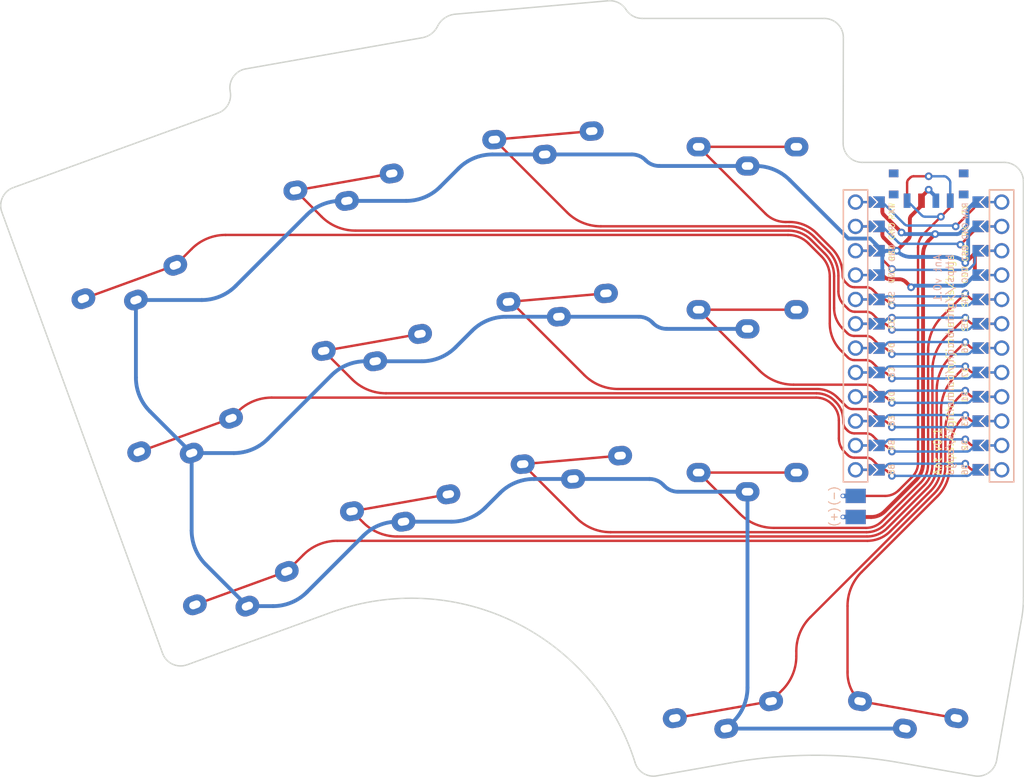
<source format=kicad_pcb>
(kicad_pcb (version 20211014) (generator pcbnew)
  (title_block (title "Ant") (date "2022-01-01") (rev "0.1") (company "jmnw"))
  (layers (0 "F.Cu" signal) (31 "B.Cu" signal) (34 "B.Paste" user) (35 "F.Paste" user) (36 "B.SilkS" user "B.Silkscreen") (37 "F.SilkS" user "F.Silkscreen") (38 "B.Mask" user) (39 "F.Mask" user) (44 "Edge.Cuts" user))
  (net 0 "")
  (net 1 "unconnected-(PSW1-Pad3)")
  (net 2 "switch1")
  (net 3 "switch2")
  (net 4 "switch3")
  (net 5 "switch4")
  (net 6 "switch5")
  (net 7 "switch6")
  (net 8 "switch7")
  (net 9 "switch8")
  (net 10 "switch9")
  (net 11 "switch10")
  (net 12 "unconnected-(U1-Pad11)")
  (net 13 "unconnected-(U1-Pad12)")
  (net 14 "switch11")
  (net 15 "switch12")
  (net 16 "switch13")
  (net 17 "unconnected-(U1-Pad22)")
  (net 18 "unconnected-(U1-Pad2)")
  (net 19 "unconnected-(U1-Pad1)")
  (net 20 "GND")
  (net 21 "VCC")
  (net 22 "Net-(BT1-Pad2)")
  (net 23 "raw")
  (net 24 "switch14")
  (footprint "bugs:Choc_reversible" (layer "F.Cu") (at 42.523034 102.114256 20)
    (fp_text reference "SW5" hide)
    (fp_text value "SW_PUSH" hide)
  )
  (footprint "bugs:Choc_reversible" (layer "F.Cu") (at 48.337377 118.089026 20)
    (fp_text reference "SW9" hide)
    (fp_text value "SW_PUSH" hide)
  )
  (footprint "bugs:Choc_reversible" (layer "F.Cu") (at 62.66047 92.267421 10)
    (fp_text reference "SW6" hide)
    (fp_text value "SW_PUSH" hide)
  )
  (footprint "bugs:Choc_reversible" (layer "F.Cu") (at 82.328475 87.549955 5)
    (fp_text reference "SW7" hide)
    (fp_text value "SW_PUSH" hide)
  )
  (footprint "bugs:Choc_reversible" (layer "F.Cu") (at 102.516828 88.794002)
    (fp_text reference "SW8" hide)
    (fp_text value "SW_PUSH" hide)
  )
  (footprint "bugs:Choc_reversible" (layer "F.Cu") (at 65.612491 109.009145 10)
    (fp_text reference "SW10" hide)
    (fp_text value "SW_PUSH" hide)
  )
  (footprint "bugs:Choc_reversible" (layer "F.Cu") (at 83.810119 104.485284 5)
    (fp_text reference "SW11" hide)
    (fp_text value "SW_PUSH" hide)
  )
  (footprint "bugs:Choc_reversible" (layer "F.Cu") (at 102.516831 105.794001)
    (fp_text reference "SW12" hide)
    (fp_text value "SW_PUSH" hide)
  )
  (footprint "bugs:Choc_reversible" (layer "F.Cu") (at 99.279151 130.602446 10)
    (fp_text reference "SW13" hide)
    (fp_text value "SW_PUSH" hide)
  )
  (footprint "bugs:Choc_reversible" (layer "F.Cu") (at 119.957587 130.602599 -10)
    (fp_text reference "SW14" hide)
    (fp_text value "SW_PUSH" hide)
  )
  (footprint "bugs:Choc_reversible" (layer "F.Cu") (at 102.517141 71.793638)
    (fp_text reference "SW4" hide)
    (fp_text value "SW_PUSH" hide)
  )
  (footprint "bugs:Choc_reversible" (layer "F.Cu") (at 36.708988 86.139891 20)
    (fp_text reference "SW1" hide)
    (fp_text value "SW_PUSH" hide)
  )
  (footprint "bugs:Battery_pads_reversible" (layer "F.Cu") (at 113.798659 113.230476 90)
    (fp_text reference "BT1" hide)
    (fp_text value "Battery_Cell")
  )
  (footprint "bugs:ProMicro_jumpers" (layer "F.Cu") (at 121.407233 95.431851)
    (fp_text reference "U1" hide)
    (fp_text value "ProMicro")
  )
  (footprint "bugs:Choc_reversible" (layer "F.Cu") (at 59.708141 75.525636 10)
    (fp_text reference "SW2" hide)
    (fp_text value "SW_PUSH" hide)
  )
  (footprint "bugs:Choc_reversible" (layer "F.Cu") (at 80.84714 70.614636 5)
    (fp_text reference "SW3" hide)
    (fp_text value "SW_PUSH" hide)
  )
  (footprint "bugs:Power_reversible" (layer "F.Cu") (at 121.415707 79.568662 180)
    (fp_text reference "PSW1" hide)
    (fp_text value "SW_SPDT")
  )
  (gr_line (start 131.297587 79.318733) (end 131.300189 122.783962) (layer "Edge.Cuts") (width 0.15))
  (gr_line (start 25.94185 79.949041) (end 47.284608 72.180773) (layer "Edge.Cuts") (width 0.15))
  (gr_line (start 24.746499 82.512465) (end 41.50566 128.557867) (layer "Edge.Cuts") (width 0.15))
  (gr_arc (start 114.491714 77.318731) (mid 113.077501 76.732946) (end 112.491717 75.318734) (layer "Edge.Cuts") (width 0.15))
  (gr_line (start 118.307684 139.957626) (end 126.18618 141.347097) (layer "Edge.Cuts") (width 0.15))
  (gr_line (start 93.049964 141.347047) (end 100.92842 139.957863) (layer "Edge.Cuts") (width 0.15))
  (gr_arc (start 48.558241 69.875636) (mid 48.889556 68.381194) (end 50.180561 67.558737) (layer "Edge.Cuts") (width 0.15))
  (gr_arc (start 70.209326 63.066581) (mid 69.558332 63.883753) (end 68.602543 64.305692) (layer "Edge.Cuts") (width 0.15))
  (gr_arc (start 48.569378 69.943563) (mid 48.335578 71.296807) (end 47.284608 72.180773) (layer "Edge.Cuts") (width 0.15))
  (gr_arc (start 59.104628 124.280588) (mid 78.297836 125.339524) (end 90.78866 139.950475) (layer "Edge.Cuts") (width 0.15))
  (gr_arc (start 93.049964 141.347047) (mid 91.653362 141.079382) (end 90.78866 139.950475) (layer "Edge.Cuts") (width 0.15))
  (gr_arc (start 24.746499 82.512465) (mid 24.813269 80.983186) (end 25.94185 79.949041) (layer "Edge.Cuts") (width 0.15))
  (gr_line (start 91.534584 62.293721) (end 110.517372 62.293943) (layer "Edge.Cuts") (width 0.15))
  (gr_arc (start 128.50309 139.724775) (mid 127.680628 141.015781) (end 126.18618 141.347097) (layer "Edge.Cuts") (width 0.15))
  (gr_line (start 128.50309 139.724775) (end 131.108621 124.953204) (layer "Edge.Cuts") (width 0.15))
  (gr_arc (start 100.92842 139.957863) (mid 109.618042 139.197437) (end 118.307684 139.957626) (layer "Edge.Cuts") (width 0.15))
  (gr_line (start 114.491716 77.318724) (end 129.297587 77.318734) (layer "Edge.Cuts") (width 0.15))
  (gr_arc (start 110.517372 62.293943) (mid 111.931587 62.879734) (end 112.517374 64.29395) (layer "Edge.Cuts") (width 0.15))
  (gr_arc (start 44.069081 129.753214) (mid 42.539807 129.686442) (end 41.50566 128.557867) (layer "Edge.Cuts") (width 0.15))
  (gr_arc (start 91.534584 62.293721) (mid 90.573945 62.048207) (end 89.848906 61.371878) (layer "Edge.Cuts") (width 0.15))
  (gr_line (start 72.049305 61.847886) (end 87.98836 60.453295) (layer "Edge.Cuts") (width 0.15))
  (gr_arc (start 129.297586 77.318728) (mid 130.711799 77.904518) (end 131.297587 79.318733) (layer "Edge.Cuts") (width 0.15))
  (gr_line (start 48.569378 69.943563) (end 48.558241 69.875636) (layer "Edge.Cuts") (width 0.15))
  (gr_arc (start 70.209326 63.066581) (mid 70.974459 62.223432) (end 72.049305 61.847886) (layer "Edge.Cuts") (width 0.15))
  (gr_arc (start 131.300189 122.783962) (mid 131.251319 123.872726) (end 131.108621 124.953204) (layer "Edge.Cuts") (width 0.15))
  (gr_line (start 50.180561 67.558737) (end 68.602543 64.305692) (layer "Edge.Cuts") (width 0.15))
  (gr_arc (start 87.98836 60.453295) (mid 89.047189 60.652203) (end 89.848906 61.371878) (layer "Edge.Cuts") (width 0.15))
  (gr_line (start 112.517374 64.29395) (end 112.491717 75.318734) (layer "Edge.Cuts") (width 0.15))
  (gr_line (start 44.069082 129.753217) (end 59.104628 124.280588) (layer "Edge.Cuts") (width 0.15))
  (gr_text "Ant v0.1\nhttps://github.com/jimmerricks/bugs" (at 122.99797 86.840398 90) (layer "B.SilkS") (effects (font (size 0.8 0.8) (thickness 0.1)) (justify left mirror)))
  (gr_text "Ant v0.1\nhttps://github.com/jimmerricks/bugs" (at 122.997973 110.060395 90) (layer "F.SilkS") (effects (font (size 0.8 0.8) (thickness 0.1)) (justify left)))
  (segment (start 119.165714 79.445623) (end 119.165709 81.318661) (width 0.25) (layer "F.Cu") (net 1))
  (segment (start 119.489127 78.915103) (end 119.312157 79.092072) (width 0.25) (layer "F.Cu") (net 1))
  (segment (start 121.415706 78.768658) (end 119.842677 78.768656) (width 0.25) (layer "F.Cu") (net 1))
  (via (at 121.415706 78.768658) (size 0.8) (drill 0.4) (layers "F.Cu" "B.Cu") (net 1))
  (arc (start 119.165714 79.445623) (mid 119.203774 79.254281) (end 119.312157 79.092072) (width 0.25) (layer "F.Cu") (net 1))
  (arc (start 119.842677 78.768656) (mid 119.651333 78.806718) (end 119.489127 78.915103) (width 0.25) (layer "F.Cu") (net 1))
  (segment (start 123.665709 79.432792) (end 123.665711 81.318658) (width 0.25) (layer "B.Cu") (net 1))
  (segment (start 123.355134 78.915108) (end 123.519262 79.07924) (width 0.25) (layer "B.Cu") (net 1))
  (segment (start 121.415706 78.768658) (end 123.001578 78.768662) (width 0.25) (layer "B.Cu") (net 1))
  (arc (start 123.665709 79.432792) (mid 123.627654 79.241455) (end 123.519262 79.07924) (width 0.25) (layer "B.Cu") (net 1))
  (arc (start 123.355134 78.915108) (mid 123.192921 78.806722) (end 123.001578 78.768662) (width 0.25) (layer "B.Cu") (net 1))
  (segment (start 116.58123 99.241854) (end 116.739125 99.241852) (width 0.25) (layer "F.Cu") (net 2))
  (segment (start 110.22276 87.119914) (end 108.870085 85.767239) (width 0.25) (layer "F.Cu") (net 2))
  (segment (start 117.092682 99.388294) (end 117.581223 99.876845) (width 0.25) (layer "F.Cu") (net 2))
  (segment (start 112.977107 97.667107) (end 112.273013 96.963013) (width 0.25) (layer "F.Cu") (net 2))
  (segment (start 44.542662 86.353026) (end 42.835299 88.060389) (width 0.25) (layer "F.Cu") (net 2))
  (segment (start 106.748765 84.88856) (end 48.078196 84.88856) (width 0.25) (layer "F.Cu") (net 2))
  (segment (start 111.10144 94.134586) (end 111.10144 89.241235) (width 0.25) (layer "F.Cu") (net 2))
  (segment (start 33.250434 91.548995) (end 42.835299 88.060389) (width 0.25) (layer "F.Cu") (net 2))
  (segment (start 114.885168 97.96) (end 113.684214 97.96) (width 0.25) (layer "F.Cu") (net 2))
  (segment (start 116.581233 99.241851) (end 115.592275 98.252893) (width 0.25) (layer "F.Cu") (net 2))
  (via (at 117.581223 99.876845) (size 0.8) (drill 0.4) (layers "F.Cu" "B.Cu") (net 2))
  (arc (start 106.748765 84.88856) (mid 107.896815 85.116921) (end 108.870085 85.767239) (width 0.25) (layer "F.Cu") (net 2))
  (arc (start 110.22276 87.119914) (mid 110.873079 88.093184) (end 111.10144 89.241235) (width 0.25) (layer "F.Cu") (net 2))
  (arc (start 114.885168 97.96) (mid 115.267851 98.03612) (end 115.592275 98.252893) (width 0.25) (layer "F.Cu") (net 2))
  (arc (start 116.739125 99.241852) (mid 116.93047 99.279909) (end 117.092682 99.388294) (width 0.25) (layer "F.Cu") (net 2))
  (arc (start 111.10144 94.134586) (mid 111.405922 95.66532) (end 112.273013 96.963013) (width 0.25) (layer "F.Cu") (net 2))
  (arc (start 112.977107 97.667107) (mid 113.30153 97.88388) (end 113.684214 97.96) (width 0.25) (layer "F.Cu") (net 2))
  (arc (start 48.078196 84.88856) (mid 46.164779 85.269162) (end 44.542662 86.353026) (width 0.25) (layer "F.Cu") (net 2))
  (segment (start 125.744679 99.730396) (end 126.233226 99.241847) (width 0.25) (layer "B.Cu") (net 2))
  (segment (start 117.581223 99.876845) (end 125.391115 99.876845) (width 0.25) (layer "B.Cu") (net 2))
  (arc (start 125.744679 99.730396) (mid 125.582473 99.838789) (end 125.391115 99.876845) (width 0.25) (layer "B.Cu") (net 2))
  (segment (start 117.09268 96.848296) (end 117.581229 97.336847) (width 0.25) (layer "F.Cu") (net 3))
  (segment (start 112.927107 95.137107) (end 112.429639 94.639639) (width 0.25) (layer "F.Cu") (net 3))
  (segment (start 58.085431 82.974574) (end 55.362849 80.251992) (width 0.25) (layer "F.Cu") (net 3))
  (segment (start 116.581233 96.701851) (end 115.602275 95.722893) (width 0.25) (layer "F.Cu") (net 3))
  (segment (start 55.36285 80.251993) (end 65.407889 78.480781) (width 0.25) (layer "F.Cu") (net 3))
  (segment (start 111.55096 92.518319) (end 111.55096 89.191727) (width 0.25) (layer "F.Cu") (net 3))
  (segment (start 106.798273 84.43904) (end 61.620965 84.43904) (width 0.25) (layer "F.Cu") (net 3))
  (segment (start 110.575625 86.837061) (end 109.152938 85.414374) (width 0.25) (layer "F.Cu") (net 3))
  (segment (start 114.895168 95.43) (end 113.634214 95.43) (width 0.25) (layer "F.Cu") (net 3))
  (segment (start 116.581226 96.701842) (end 116.739122 96.701848) (width 0.25) (layer "F.Cu") (net 3))
  (via (at 117.581229 97.336847) (size 0.8) (drill 0.4) (layers "F.Cu" "B.Cu") (net 3))
  (arc (start 109.152938 85.414374) (mid 108.072608 84.692521) (end 106.798273 84.43904) (width 0.25) (layer "F.Cu") (net 3))
  (arc (start 115.602275 95.722893) (mid 115.277852 95.50612) (end 114.895168 95.43) (width 0.25) (layer "F.Cu") (net 3))
  (arc (start 58.085431 82.974574) (mid 59.707548 84.058438) (end 61.620965 84.43904) (width 0.25) (layer "F.Cu") (net 3))
  (arc (start 116.739122 96.701848) (mid 116.930467 96.739906) (end 117.09268 96.848296) (width 0.25) (layer "F.Cu") (net 3))
  (arc (start 112.927107 95.137107) (mid 113.25153 95.35388) (end 113.634214 95.43) (width 0.25) (layer "F.Cu") (net 3))
  (arc (start 112.429639 94.639639) (mid 111.779321 93.666369) (end 111.55096 92.518319) (width 0.25) (layer "F.Cu") (net 3))
  (arc (start 110.575625 86.837061) (mid 111.297479 87.917391) (end 111.55096 89.191727) (width 0.25) (layer "F.Cu") (net 3))
  (segment (start 125.744673 97.190399) (end 126.233229 96.701849) (width 0.25) (layer "B.Cu") (net 3))
  (segment (start 117.581229 97.336847) (end 125.391121 97.336848) (width 0.25) (layer "B.Cu") (net 3))
  (arc (start 125.391121 97.336848) (mid 125.582465 97.298786) (end 125.744673 97.190399) (width 0.25) (layer "B.Cu") (net 3))
  (segment (start 83.687218 82.525054) (end 76.106454 74.94429) (width 0.25) (layer "F.Cu") (net 4))
  (segment (start 116.581233 94.161846) (end 116.739124 94.161846) (width 0.25) (layer "F.Cu") (net 4))
  (segment (start 76.106455 74.944289) (end 86.26764 74.0553) (width 0.25) (layer "F.Cu") (net 4))
  (segment (start 117.09268 94.308295) (end 117.581228 94.796855) (width 0.25) (layer "F.Cu") (net 4))
  (segment (start 116.581233 94.161851) (end 115.622275 93.202893) (width 0.25) (layer "F.Cu") (net 4))
  (segment (start 114.915168 92.91) (end 113.714214 92.91) (width 0.25) (layer "F.Cu") (net 4))
  (segment (start 106.84778 83.98952) (end 87.222752 83.98952) (width 0.25) (layer "F.Cu") (net 4))
  (segment (start 113.007107 92.617107) (end 112.586266 92.196266) (width 0.25) (layer "F.Cu") (net 4))
  (segment (start 110.928491 86.554209) (end 109.435791 85.061509) (width 0.25) (layer "F.Cu") (net 4))
  (segment (start 112.00048 90.782053) (end 112.00048 89.14222) (width 0.25) (layer "F.Cu") (net 4))
  (via (at 117.581228 94.796855) (size 0.8) (drill 0.4) (layers "F.Cu" "B.Cu") (net 4))
  (arc (start 106.84778 83.98952) (mid 108.248401 84.268121) (end 109.435791 85.061509) (width 0.25) (layer "F.Cu") (net 4))
  (arc (start 113.007107 92.617107) (mid 113.33153 92.83388) (end 113.714214 92.91) (width 0.25) (layer "F.Cu") (net 4))
  (arc (start 112.586266 92.196266) (mid 112.152721 91.54742) (end 112.00048 90.782053) (width 0.25) (layer "F.Cu") (net 4))
  (arc (start 83.687218 82.525054) (mid 85.309335 83.608918) (end 87.222752 83.98952) (width 0.25) (layer "F.Cu") (net 4))
  (arc (start 110.928491 86.554209) (mid 111.721879 87.741599) (end 112.00048 89.14222) (width 0.25) (layer "F.Cu") (net 4))
  (arc (start 116.739124 94.161846) (mid 116.930464 94.199911) (end 117.09268 94.308295) (width 0.25) (layer "F.Cu") (net 4))
  (arc (start 115.622275 93.202893) (mid 115.297852 92.98612) (end 114.915168 92.91) (width 0.25) (layer "F.Cu") (net 4))
  (segment (start 117.581228 94.796855) (end 125.391123 94.796848) (width 0.25) (layer "B.Cu") (net 4))
  (segment (start 125.744675 94.650406) (end 126.233228 94.161845) (width 0.25) (layer "B.Cu") (net 4))
  (arc (start 125.391123 94.796848) (mid 125.582462 94.758788) (end 125.744675 94.650406) (width 0.25) (layer "B.Cu") (net 4))
  (segment (start 112.742893 89.832893) (end 112.967107 90.057107) (width 0.25) (layer "F.Cu") (net 5))
  (segment (start 109.721573 84.711573) (end 111.278427 86.268427) (width 0.25) (layer "F.Cu") (net 5))
  (segment (start 113.674214 90.35) (end 114.895168 90.35) (width 0.25) (layer "F.Cu") (net 5))
  (segment (start 112.45 89.096854) (end 112.45 89.125786) (width 0.25) (layer "F.Cu") (net 5))
  (segment (start 117.092667 91.768291) (end 117.581231 92.256849) (width 0.25) (layer "F.Cu") (net 5))
  (segment (start 115.602275 90.642893) (end 116.581233 91.621851) (width 0.25) (layer "F.Cu") (net 5))
  (segment (start 97.417142 75.693637) (end 107.61714 75.693636) (width 0.25) (layer "F.Cu") (net 5))
  (segment (start 97.417141 75.693638) (end 104.384824 82.661321) (width 0.25) (layer "F.Cu") (net 5))
  (segment (start 106.506144 83.54) (end 106.893146 83.54) (width 0.25) (layer "F.Cu") (net 5))
  (segment (start 116.58123 91.621849) (end 116.739124 91.621849) (width 0.25) (layer "F.Cu") (net 5))
  (via (at 117.581231 92.256849) (size 0.8) (drill 0.4) (layers "F.Cu" "B.Cu") (net 5))
  (arc (start 112.45 89.125786) (mid 112.52612 89.508469) (end 112.742893 89.832893) (width 0.25) (layer "F.Cu") (net 5))
  (arc (start 117.092667 91.768291) (mid 116.930459 91.659908) (end 116.739124 91.621849) (width 0.25) (layer "F.Cu") (net 5))
  (arc (start 112.45 89.096854) (mid 112.145518 87.56612) (end 111.278427 86.268427) (width 0.25) (layer "F.Cu") (net 5))
  (arc (start 114.895168 90.35) (mid 115.277851 90.42612) (end 115.602275 90.642893) (width 0.25) (layer "F.Cu") (net 5))
  (arc (start 109.721573 84.711573) (mid 108.42388 83.844482) (end 106.893146 83.54) (width 0.25) (layer "F.Cu") (net 5))
  (arc (start 104.384824 82.661321) (mid 105.358094 83.311639) (end 106.506144 83.54) (width 0.25) (layer "F.Cu") (net 5))
  (arc (start 113.674214 90.35) (mid 113.291531 90.27388) (end 112.967107 90.057107) (width 0.25) (layer "F.Cu") (net 5))
  (segment (start 117.581231 92.256849) (end 125.391121 92.256844) (width 0.25) (layer "B.Cu") (net 5))
  (segment (start 125.744675 92.110403) (end 126.233228 91.621852) (width 0.25) (layer "B.Cu") (net 5))
  (arc (start 125.391121 92.256844) (mid 125.582462 92.218785) (end 125.744675 92.110403) (width 0.25) (layer "B.Cu") (net 5))
  (segment (start 109.672006 101.86856) (end 52.886607 101.86856) (width 0.25) (layer "F.Cu") (net 6))
  (segment (start 39.064479 107.523359) (end 48.649342 104.034757) (width 0.25) (layer "F.Cu") (net 6))
  (segment (start 49.351073 103.333026) (end 48.649345 104.034754) (width 0.25) (layer "F.Cu") (net 6))
  (segment (start 117.092678 109.548289) (end 117.581225 110.036849) (width 0.25) (layer "F.Cu") (net 6))
  (segment (start 116.581223 109.401843) (end 116.739122 109.40185) (width 0.25) (layer "F.Cu") (net 6))
  (segment (start 112.05048 106.112053) (end 112.05048 104.247034) (width 0.25) (layer "F.Cu") (net 6))
  (segment (start 111.368039 102.599475) (end 111.319565 102.551001) (width 0.25) (layer "F.Cu") (net 6))
  (segment (start 114.905168 108.14) (end 113.664214 108.14) (width 0.25) (layer "F.Cu") (net 6))
  (segment (start 112.957107 107.847107) (end 112.636266 107.526266) (width 0.25) (layer "F.Cu") (net 6))
  (segment (start 116.581233 109.401851) (end 115.612275 108.432893) (width 0.25) (layer "F.Cu") (net 6))
  (via (at 117.581225 110.036849) (size 0.8) (drill 0.4) (layers "F.Cu" "B.Cu") (net 6))
  (arc (start 109.672006 101.86856) (mid 110.563658 102.045921) (end 111.319565 102.551001) (width 0.25) (layer "F.Cu") (net 6))
  (arc (start 112.05048 104.247034) (mid 111.873119 103.355382) (end 111.368039 102.599475) (width 0.25) (layer "F.Cu") (net 6))
  (arc (start 112.957107 107.847107) (mid 113.28153 108.06388) (end 113.664214 108.14) (width 0.25) (layer "F.Cu") (net 6))
  (arc (start 52.886607 101.86856) (mid 50.97319 102.249162) (end 49.351073 103.333026) (width 0.25) (layer "F.Cu") (net 6))
  (arc (start 112.636266 107.526266) (mid 112.202721 106.87742) (end 112.05048 106.112053) (width 0.25) (layer "F.Cu") (net 6))
  (arc (start 115.612275 108.432893) (mid 115.287852 108.21612) (end 114.905168 108.14) (width 0.25) (layer "F.Cu") (net 6))
  (arc (start 117.092678 109.548289) (mid 116.930469 109.439907) (end 116.739122 109.40185) (width 0.25) (layer "F.Cu") (net 6))
  (segment (start 117.581225 110.036849) (end 125.391121 110.036848) (width 0.25) (layer "B.Cu") (net 6))
  (segment (start 125.744671 109.8904) (end 126.233223 109.401848) (width 0.25) (layer "B.Cu") (net 6))
  (arc (start 125.391121 110.036848) (mid 125.582462 109.998787) (end 125.744671 109.8904) (width 0.25) (layer "B.Cu") (net 6))
  (segment (start 68.360218 95.222567) (end 58.315178 96.993777) (width 0.25) (layer "F.Cu") (net 7))
  (segment (start 111.602418 102.198136) (end 111.720904 102.316622) (width 0.25) (layer "F.Cu") (net 7))
  (segment (start 112.5 104.197526) (end 112.5 104.435786) (width 0.25) (layer "F.Cu") (net 7))
  (segment (start 58.315178 96.993777) (end 61.275973 99.954573) (width 0.25) (layer "F.Cu") (net 7))
  (segment (start 64.811507 101.41904) (end 109.721514 101.41904) (width 0.25) (layer "F.Cu") (net 7))
  (segment (start 112.792893 105.142893) (end 112.957107 105.307107) (width 0.25) (layer "F.Cu") (net 7))
  (segment (start 113.664214 105.6) (end 114.905168 105.6) (width 0.25) (layer "F.Cu") (net 7))
  (segment (start 115.612275 105.892893) (end 116.581233 106.861851) (width 0.25) (layer "F.Cu") (net 7))
  (segment (start 116.581225 106.861848) (end 116.739124 106.861845) (width 0.25) (layer "F.Cu") (net 7))
  (segment (start 117.092675 107.008292) (end 117.581227 107.496848) (width 0.25) (layer "F.Cu") (net 7))
  (via (at 117.581227 107.496848) (size 0.8) (drill 0.4) (layers "F.Cu" "B.Cu") (net 7))
  (arc (start 114.905168 105.6) (mid 115.287851 105.67612) (end 115.612275 105.892893) (width 0.25) (layer "F.Cu") (net 7))
  (arc (start 109.721514 101.41904) (mid 110.739452 101.62152) (end 111.602418 102.198136) (width 0.25) (layer "F.Cu") (net 7))
  (arc (start 64.811507 101.41904) (mid 62.89809 101.038438) (end 61.275973 99.954573) (width 0.25) (layer "F.Cu") (net 7))
  (arc (start 116.739124 106.861845) (mid 116.930463 106.899903) (end 117.092675 107.008292) (width 0.25) (layer "F.Cu") (net 7))
  (arc (start 112.792893 105.142893) (mid 112.57612 104.81847) (end 112.5 104.435786) (width 0.25) (layer "F.Cu") (net 7))
  (arc (start 113.664214 105.6) (mid 113.281531 105.52388) (end 112.957107 105.307107) (width 0.25) (layer "F.Cu") (net 7))
  (arc (start 112.5 104.197526) (mid 112.29752 103.179588) (end 111.720904 102.316622) (width 0.25) (layer "F.Cu") (net 7))
  (segment (start 117.581227 107.496848) (end 125.391122 107.496852) (width 0.25) (layer "B.Cu") (net 7))
  (segment (start 125.744681 107.350401) (end 126.233228 106.86185) (width 0.25) (layer "B.Cu") (net 7))
  (arc (start 125.391122 107.496852) (mid 125.582464 107.458793) (end 125.744681 107.350401) (width 0.25) (layer "B.Cu") (net 7))
  (segment (start 116.581225 104.321844) (end 116.739125 104.321845) (width 0.25) (layer "F.Cu") (net 8))
  (segment (start 117.092671 104.468295) (end 117.581232 104.956844) (width 0.25) (layer "F.Cu") (net 8))
  (segment (start 77.858629 91.879608) (end 85.484074 99.505054) (width 0.25) (layer "F.Cu") (net 8))
  (segment (start 115.622275 103.362893) (end 116.581233 104.321851) (width 0.25) (layer "F.Cu") (net 8))
  (segment (start 89.019608 100.96952) (end 109.766879 100.96952) (width 0.25) (layer "F.Cu") (net 8))
  (segment (start 111.8882 101.8482) (end 112.817107 102.777107) (width 0.25) (layer "F.Cu") (net 8))
  (segment (start 87.748977 90.990621) (end 77.58779 91.879609) (width 0.25) (layer "F.Cu") (net 8))
  (segment (start 113.524214 103.07) (end 114.915168 103.07) (width 0.25) (layer "F.Cu") (net 8))
  (segment (start 77.58779 91.879609) (end 77.858629 91.879608) (width 0.25) (layer "F.Cu") (net 8))
  (via (at 117.581232 104.956844) (size 0.8) (drill 0.4) (layers "F.Cu" "B.Cu") (net 8))
  (arc (start 109.766879 100.96952) (mid 110.91493 101.197882) (end 111.8882 101.8482) (width 0.25) (layer "F.Cu") (net 8))
  (arc (start 89.019608 100.96952) (mid 87.106191 100.588918) (end 85.484074 99.505054) (width 0.25) (layer "F.Cu") (net 8))
  (arc (start 116.739125 104.321845) (mid 116.930462 104.359906) (end 117.092671 104.468295) (width 0.25) (layer "F.Cu") (net 8))
  (arc (start 112.817107 102.777107) (mid 113.14153 102.99388) (end 113.524214 103.07) (width 0.25) (layer "F.Cu") (net 8))
  (arc (start 115.622275 103.362893) (mid 115.297852 103.14612) (end 114.915168 103.07) (width 0.25) (layer "F.Cu") (net 8))
  (segment (start 117.581232 104.956844) (end 125.391121 104.956847) (width 0.25) (layer "B.Cu") (net 8))
  (segment (start 125.744675 104.810403) (end 126.233228 104.321846) (width 0.25) (layer "B.Cu") (net 8))
  (arc (start 125.391121 104.956847) (mid 125.582463 104.918786) (end 125.744675 104.810403) (width 0.25) (layer "B.Cu") (net 8))
  (segment (start 97.416829 92.694003) (end 107.616825 92.694) (width 0.25) (layer "F.Cu") (net 9))
  (segment (start 117.092679 101.928294) (end 117.581223 102.416847) (width 0.25) (layer "F.Cu") (net 9))
  (segment (start 103.778361 99.055534) (end 97.416828 92.694001) (width 0.25) (layer "F.Cu") (net 9))
  (segment (start 116.581233 101.781851) (end 115.612275 100.812893) (width 0.25) (layer "F.Cu") (net 9))
  (segment (start 114.905168 100.52) (end 107.313895 100.52) (width 0.25) (layer "F.Cu") (net 9))
  (segment (start 116.581232 101.781849) (end 116.739122 101.781853) (width 0.25) (layer "F.Cu") (net 9))
  (via (at 117.581223 102.416847) (size 0.8) (drill 0.4) (layers "F.Cu" "B.Cu") (net 9))
  (arc (start 116.739122 101.781853) (mid 116.930461 101.819909) (end 117.092679 101.928294) (width 0.25) (layer "F.Cu") (net 9))
  (arc (start 103.778361 99.055534) (mid 105.400478 100.139398) (end 107.313895 100.52) (width 0.25) (layer "F.Cu") (net 9))
  (arc (start 114.905168 100.52) (mid 115.287851 100.59612) (end 115.612275 100.812893) (width 0.25) (layer "F.Cu") (net 9))
  (segment (start 125.744673 102.270405) (end 126.233226 101.781846) (width 0.25) (layer "B.Cu") (net 9))
  (segment (start 117.581223 102.416847) (end 125.391124 102.41685) (width 0.25) (layer "B.Cu") (net 9))
  (arc (start 125.744673 102.270405) (mid 125.582466 102.378784) (end 125.391124 102.41685) (width 0.25) (layer "B.Cu") (net 9))
  (segment (start 125.233235 98.606849) (end 124.167811 99.672273) (width 0.25) (layer "F.Cu") (net 10))
  (segment (start 126.233226 99.241847) (end 126.075336 99.241848) (width 0.25) (layer "F.Cu") (net 10))
  (segment (start 44.878823 123.498131) (end 54.463688 120.009522) (width 0.25) (layer "F.Cu") (net 10))
  (segment (start 122.703343 103.207809) (end 122.703341 109.005261) (width 0.25) (layer "F.Cu") (net 10))
  (segment (start 125.721787 99.095408) (end 125.233235 98.606849) (width 0.25) (layer "F.Cu") (net 10))
  (segment (start 115.030153 116.815143) (end 59.729137 116.815142) (width 0.25) (layer "F.Cu") (net 10))
  (segment (start 121.631355 111.593272) (end 119.36357 113.861058) (width 0.25) (layer "F.Cu") (net 10))
  (segment (start 56.193603 118.279608) (end 54.463688 120.009523) (width 0.25) (layer "F.Cu") (net 10))
  (segment (start 119.36357 113.861058) (end 117.384818 115.839809) (width 0.25) (layer "F.Cu") (net 10))
  (via (at 125.233235 98.606849) (size 0.8) (drill 0.4) (layers "F.Cu" "B.Cu") (net 10))
  (arc (start 59.729137 116.815142) (mid 57.81572 117.195744) (end 56.193603 118.279608) (width 0.25) (layer "F.Cu") (net 10))
  (arc (start 126.075336 99.241848) (mid 125.883999 99.203785) (end 125.721787 99.095408) (width 0.25) (layer "F.Cu") (net 10))
  (arc (start 122.703341 109.005261) (mid 122.424741 110.405885) (end 121.631355 111.593272) (width 0.25) (layer "F.Cu") (net 10))
  (arc (start 124.167811 99.672273) (mid 123.083946 101.294392) (end 122.703343 103.207809) (width 0.25) (layer "F.Cu") (net 10))
  (arc (start 115.030153 116.815143) (mid 116.304489 116.561662) (end 117.384818 115.839809) (width 0.25) (layer "F.Cu") (net 10))
  (segment (start 117.069786 98.753296) (end 116.581225 99.241854) (width 0.25) (layer "B.Cu") (net 10))
  (segment (start 125.233235 98.606849) (end 117.423336 98.60685) (width 0.25) (layer "B.Cu") (net 10))
  (arc (start 117.069786 98.753296) (mid 117.231991 98.644912) (end 117.423336 98.60685) (width 0.25) (layer "B.Cu") (net 10))
  (segment (start 62.432854 114.901155) (end 61.267199 113.735501) (width 0.25) (layer "F.Cu") (net 11))
  (segment (start 61.2672 113.7355) (end 71.312239 111.964289) (width 0.25) (layer "F.Cu") (net 11))
  (segment (start 121.27849 111.310421) (end 117.101967 115.486942) (width 0.25) (layer "F.Cu") (net 11))
  (segment (start 125.721783 96.5554) (end 125.233226 96.066846) (width 0.25) (layer "F.Cu") (net 11))
  (segment (start 114.980647 116.365621) (end 65.968387 116.365621) (width 0.25) (layer "F.Cu") (net 11))
  (segment (start 125.233226 96.066846) (end 123.71829 97.581783) (width 0.25) (layer "F.Cu") (net 11))
  (segment (start 126.233229 96.701849) (end 126.075336 96.701846) (width 0.25) (layer "F.Cu") (net 11))
  (segment (start 122.253823 101.117316) (end 122.253823 108.955757) (width 0.25) (layer "F.Cu") (net 11))
  (via (at 125.233226 96.066846) (size 0.8) (drill 0.4) (layers "F.Cu" "B.Cu") (net 11))
  (arc (start 62.432854 114.901155) (mid 64.05497 115.985018) (end 65.968387 116.365621) (width 0.25) (layer "F.Cu") (net 11))
  (arc (start 123.71829 97.581783) (mid 122.634426 99.203898) (end 122.253823 101.117316) (width 0.25) (layer "F.Cu") (net 11))
  (arc (start 125.721783 96.5554) (mid 125.883999 96.663786) (end 126.075336 96.701846) (width 0.25) (layer "F.Cu") (net 11))
  (arc (start 122.253823 108.955757) (mid 122.000342 110.230091) (end 121.27849 111.310421) (width 0.25) (layer "F.Cu") (net 11))
  (arc (start 117.101967 115.486942) (mid 116.128697 116.13726) (end 114.980647 116.365621) (width 0.25) (layer "F.Cu") (net 11))
  (segment (start 117.069785 96.213295) (end 116.581226 96.701842) (width 0.25) (layer "B.Cu") (net 11))
  (segment (start 125.233226 96.066846) (end 117.423335 96.066848) (width 0.25) (layer "B.Cu") (net 11))
  (arc (start 117.069785 96.213295) (mid 117.231995 96.104911) (end 117.423335 96.066848) (width 0.25) (layer "B.Cu") (net 11))
  (segment (start 126.233228 106.86185) (end 126.075339 106.861847) (width 0.25) (layer "F.Cu") (net 12))
  (segment (start 125.721776 106.7154) (end 125.233226 106.226848) (width 0.25) (layer "F.Cu") (net 12))
  (via (at 125.233226 106.226848) (size 0.8) (drill 0.4) (layers "F.Cu" "B.Cu") (net 12))
  (arc (start 126.075339 106.861847) (mid 125.883991 106.823789) (end 125.721776 106.7154) (width 0.25) (layer "F.Cu") (net 12))
  (segment (start 125.233226 106.226848) (end 117.423341 106.226846) (width 0.25) (layer "B.Cu") (net 12))
  (segment (start 117.06978 106.373295) (end 116.581225 106.861848) (width 0.25) (layer "B.Cu") (net 12))
  (arc (start 117.423341 106.226846) (mid 117.231999 106.264904) (end 117.06978 106.373295) (width 0.25) (layer "B.Cu") (net 12))
  (segment (start 126.233234 109.401848) (end 125.922641 109.40185) (width 0.25) (layer "F.Cu") (net 13))
  (segment (start 125.721782 109.255399) (end 125.233225 108.766847) (width 0.25) (layer "F.Cu") (net 13))
  (segment (start 126.233223 109.401848) (end 126.07534 109.401848) (width 0.25) (layer "F.Cu") (net 13))
  (via (at 125.233225 108.766847) (size 0.8) (drill 0.4) (layers "F.Cu" "B.Cu") (net 13))
  (arc (start 125.721782 109.255399) (mid 125.88399 109.36379) (end 126.07534 109.401848) (width 0.25) (layer "F.Cu") (net 13))
  (segment (start 125.233225 108.766847) (end 117.423333 108.766847) (width 0.25) (layer "B.Cu") (net 13))
  (segment (start 117.069785 108.913292) (end 116.581223 109.401843) (width 0.25) (layer "B.Cu") (net 13))
  (arc (start 117.423333 108.766847) (mid 117.231994 108.804908) (end 117.069785 108.913292) (width 0.25) (layer "B.Cu") (net 13))
  (segment (start 125.721781 94.0154) (end 125.233229 93.526844) (width 0.25) (layer "F.Cu") (net 14))
  (segment (start 125.233229 93.526844) (end 123.268769 95.491305) (width 0.25) (layer "F.Cu") (net 14))
  (segment (start 120.925625 111.027568) (end 116.816186 115.137006) (width 0.25) (layer "F.Cu") (net 14))
  (segment (start 121.804306 99.026837) (end 121.804304 108.90625) (width 0.25) (layer "F.Cu") (net 14))
  (segment (start 114.935282 115.916102) (end 88.241666 115.916101) (width 0.25) (layer "F.Cu") (net 14))
  (segment (start 126.233228 94.161845) (end 126.075334 94.161845) (width 0.25) (layer "F.Cu") (net 14))
  (segment (start 79.069433 108.814936) (end 89.230619 107.925949) (width 0.25) (layer "F.Cu") (net 14))
  (segment (start 84.706132 114.451635) (end 79.069434 108.814937) (width 0.25) (layer "F.Cu") (net 14))
  (via (at 125.233229 93.526844) (size 0.8) (drill 0.4) (layers "F.Cu" "B.Cu") (net 14))
  (via (at 117.581233 93.526853) (size 0.8) (drill 0.4) (layers "F.Cu" "B.Cu") (net 14))
  (arc (start 114.935282 115.916102) (mid 115.95322 115.713622) (end 116.816186 115.137006) (width 0.25) (layer "F.Cu") (net 14))
  (arc (start 88.241666 115.916101) (mid 86.328249 115.535499) (end 84.706132 114.451635) (width 0.25) (layer "F.Cu") (net 14))
  (arc (start 126.075334 94.161845) (mid 125.883995 94.123786) (end 125.721781 94.0154) (width 0.25) (layer "F.Cu") (net 14))
  (arc (start 121.804304 108.90625) (mid 121.575943 110.0543) (end 120.925625 111.027568) (width 0.25) (layer "F.Cu") (net 14))
  (arc (start 123.268769 95.491305) (mid 122.184906 97.113422) (end 121.804306 99.026837) (width 0.25) (layer "F.Cu") (net 14))
  (segment (start 125.233229 93.526844) (end 117.580627 93.526843) (width 0.25) (layer "B.Cu") (net 14))
  (segment (start 117.069789 93.673295) (end 116.581224 94.161853) (width 0.25) (layer "B.Cu") (net 14))
  (segment (start 117.580627 93.526843) (end 117.42334 93.526842) (width 0.25) (layer "B.Cu") (net 14))
  (arc (start 117.069789 93.673295) (mid 117.231998 93.564908) (end 117.42334 93.526842) (width 0.25) (layer "B.Cu") (net 14))
  (segment (start 120.575687 110.74179) (end 120.575683 110.741791) (width 0.25) (layer "F.Cu") (net 15))
  (segment (start 97.416831 109.694002) (end 101.724944 114.002115) (width 0.25) (layer "F.Cu") (net 15))
  (segment (start 105.260478 115.466581) (end 114.885774 115.466582) (width 0.25) (layer "F.Cu") (net 15))
  (segment (start 125.72178 91.475401) (end 125.233232 90.986851) (width 0.25) (layer "F.Cu") (net 15))
  (segment (start 122.819247 93.400833) (end 125.233232 90.986851) (width 0.25) (layer "F.Cu") (net 15))
  (segment (start 126.233228 91.621852) (end 126.075333 91.621847) (width 0.25) (layer "F.Cu") (net 15))
  (segment (start 120.575683 110.741791) (end 116.533333 114.784141) (width 0.25) (layer "F.Cu") (net 15))
  (segment (start 97.41683 109.694003) (end 107.616828 109.694004) (width 0.25) (layer "F.Cu") (net 15))
  (segment (start 121.354784 108.860885) (end 121.354784 96.936366) (width 0.25) (layer "F.Cu") (net 15))
  (via (at 125.233232 90.986851) (size 0.8) (drill 0.4) (layers "F.Cu" "B.Cu") (net 15))
  (arc (start 101.724944 114.002115) (mid 103.347061 115.085979) (end 105.260478 115.466581) (width 0.25) (layer "F.Cu") (net 15))
  (arc (start 120.575687 110.74179) (mid 121.152304 109.878823) (end 121.354784 108.860885) (width 0.25) (layer "F.Cu") (net 15))
  (arc (start 116.533333 114.784141) (mid 115.777427 115.289222) (end 114.885774 115.466582) (width 0.25) (layer "F.Cu") (net 15))
  (arc (start 121.354784 96.936366) (mid 121.735386 95.02295) (end 122.819247 93.400833) (width 0.25) (layer "F.Cu") (net 15))
  (arc (start 126.075333 91.621847) (mid 125.883991 91.583787) (end 125.72178 91.475401) (width 0.25) (layer "F.Cu") (net 15))
  (segment (start 116.752286 91.450799) (end 116.581227 91.62185) (width 0.25) (layer "B.Cu") (net 15))
  (segment (start 117.105833 91.304349) (end 124.708624 91.30435) (width 0.25) (layer "B.Cu") (net 15))
  (segment (start 124.708624 91.30435) (end 124.708628 91.304353) (width 0.25) (layer "B.Cu") (net 15))
  (segment (start 125.233232 90.986851) (end 125.062181 91.157901) (width 0.25) (layer "B.Cu") (net 15))
  (arc (start 125.062181 91.157901) (mid 124.899962 91.266292) (end 124.708628 91.304353) (width 0.25) (layer "B.Cu") (net 15))
  (arc (start 117.105833 91.304349) (mid 116.914499 91.342412) (end 116.752286 91.450799) (width 0.25) (layer "B.Cu") (net 15))
  (segment (start 107.61 128.855421) (end 107.61 128.321412) (width 0.25) (layer "F.Cu") (net 16))
  (segment (start 125.721783 101.6354) (end 125.233226 101.146846) (width 0.25) (layer "F.Cu") (net 16))
  (segment (start 104.978897 133.557589) (end 94.933859 135.3288) (width 0.25) (layer "F.Cu") (net 16))
  (segment (start 104.978898 133.557591) (end 106.145534 132.390955) (width 0.25) (layer "F.Cu") (net 16))
  (segment (start 123.152864 109.050626) (end 123.152862 105.298278) (width 0.25) (layer "F.Cu") (net 16))
  (segment (start 109.074466 124.785878) (end 121.981291 111.879053) (width 0.25) (layer "F.Cu") (net 16))
  (segment (start 124.617331 101.762743) (end 125.233226 101.146846) (width 0.25) (layer "F.Cu") (net 16))
  (segment (start 126.233226 101.781846) (end 126.075332 101.78185) (width 0.25) (layer "F.Cu") (net 16))
  (segment (start 123.152865 109.050626) (end 123.152864 109.050626) (width 0.25) (layer "F.Cu") (net 16))
  (via (at 125.233226 101.146846) (size 0.8) (drill 0.4) (layers "F.Cu" "B.Cu") (net 16))
  (arc (start 123.152862 105.298278) (mid 123.533466 103.38486) (end 124.617331 101.762743) (width 0.25) (layer "F.Cu") (net 16))
  (arc (start 107.61 128.321412) (mid 107.990602 126.407995) (end 109.074466 124.785878) (width 0.25) (layer "F.Cu") (net 16))
  (arc (start 121.981291 111.879053) (mid 122.848383 110.581359) (end 123.152865 109.050626) (width 0.25) (layer "F.Cu") (net 16))
  (arc (start 126.075332 101.78185) (mid 125.883995 101.74379) (end 125.721783 101.6354) (width 0.25) (layer "F.Cu") (net 16))
  (arc (start 107.61 128.855421) (mid 107.229398 130.768838) (end 106.145534 132.390955) (width 0.25) (layer "F.Cu") (net 16))
  (segment (start 117.069784 101.293299) (end 116.581232 101.781849) (width 0.25) (layer "B.Cu") (net 16))
  (segment (start 125.233226 101.146846) (end 117.423335 101.146846) (width 0.25) (layer "B.Cu") (net 16))
  (arc (start 117.069784 101.293299) (mid 117.231997 101.184908) (end 117.423335 101.146846) (width 0.25) (layer "B.Cu") (net 16))
  (segment (start 116.72768 87.5933) (end 117.581228 88.446851) (width 0.25) (layer "F.Cu") (net 17))
  (segment (start 116.581231 86.541849) (end 116.58123 87.239747) (width 0.25) (layer "F.Cu") (net 17))
  (via (at 117.581228 88.446851) (size 0.8) (drill 0.4) (layers "F.Cu" "B.Cu") (net 17))
  (arc (start 116.72768 87.5933) (mid 116.619292 87.431084) (end 116.58123 87.239747) (width 0.25) (layer "F.Cu") (net 17))
  (segment (start 126.233235 87.663892) (end 126.233232 86.541846) (width 0.25) (layer "B.Cu") (net 17))
  (segment (start 117.581228 88.446851) (end 117.670737 88.536354) (width 0.25) (layer "B.Cu") (net 17))
  (segment (start 117.670737 88.536354) (end 125.360764 88.536357) (width 0.25) (layer "B.Cu") (net 17))
  (segment (start 125.714319 88.389908) (end 126.086785 88.017448) (width 0.25) (layer "B.Cu") (net 17))
  (arc (start 126.086785 88.017448) (mid 126.195169 87.855235) (end 126.233235 87.663892) (width 0.25) (layer "B.Cu") (net 17))
  (arc (start 125.714319 88.389908) (mid 125.552105 88.498299) (end 125.360764 88.536357) (width 0.25) (layer "B.Cu") (net 17))
  (segment (start 126.233227 84.19974) (end 126.233232 84.00185) (width 0.25) (layer "F.Cu") (net 18))
  (segment (start 124.733233 85.90685) (end 126.086786 84.553291) (width 0.25) (layer "F.Cu") (net 18))
  (via (at 124.733233 85.90685) (size 0.8) (drill 0.4) (layers "F.Cu" "B.Cu") (net 18))
  (arc (start 126.233227 84.19974) (mid 126.195167 84.391083) (end 126.086786 84.553291) (width 0.25) (layer "F.Cu") (net 18))
  (segment (start 118.250274 85.670891) (end 116.581231 84.00185) (width 0.25) (layer "B.Cu") (net 18))
  (segment (start 124.64372 85.817337) (end 118.603827 85.817336) (width 0.25) (layer "B.Cu") (net 18))
  (segment (start 124.733233 85.90685) (end 124.64372 85.817337) (width 0.25) (layer "B.Cu") (net 18))
  (arc (start 118.250274 85.670891) (mid 118.412485 85.779281) (end 118.603827 85.817336) (width 0.25) (layer "B.Cu") (net 18))
  (segment (start 126.233234 81.794738) (end 126.233228 81.461849) (width 0.25) (layer "F.Cu") (net 19))
  (segment (start 124.233237 84.001846) (end 126.086784 82.148291) (width 0.25) (layer "F.Cu") (net 19))
  (via (at 124.233237 84.001846) (size 0.8) (drill 0.4) (layers "F.Cu" "B.Cu") (net 19))
  (arc (start 126.233234 81.794738) (mid 126.195172 81.986086) (end 126.086784 82.148291) (width 0.25) (layer "F.Cu") (net 19))
  (segment (start 124.233237 84.001846) (end 124.143719 83.912336) (width 0.25) (layer "B.Cu") (net 19))
  (segment (start 124.143719 83.912336) (end 119.238828 83.912338) (width 0.25) (layer "B.Cu") (net 19))
  (segment (start 118.885276 83.765893) (end 116.58123 81.461846) (width 0.25) (layer "B.Cu") (net 19))
  (arc (start 118.885276 83.765893) (mid 119.047485 83.874277) (end 119.238828 83.912338) (width 0.25) (layer "B.Cu") (net 19))
  (segment (start 126.233232 86.541846) (end 126.233228 86.60474) (width 0.4) (layer "F.Cu") (net 20))
  (segment (start 126.086782 86.958289) (end 125.23323 87.811848) (width 0.4) (layer "F.Cu") (net 20))
  (segment (start 120.812163 80.772214) (end 121.415713 80.168659) (width 0.4) (layer "F.Cu") (net 20))
  (segment (start 116.727678 85.188296) (end 118.081229 86.541847) (width 0.4) (layer "F.Cu") (net 20))
  (segment (start 116.581231 84.00185) (end 116.581228 84.834743) (width 0.4) (layer "F.Cu") (net 20))
  (segment (start 126.233232 86.541846) (end 126.23323 89.081845) (width 0.4) (layer "F.Cu") (net 20))
  (segment (start 119.305954 85.317127) (end 118.081229 86.541847) (width 0.4) (layer "F.Cu") (net 20))
  (segment (start 120.665713 81.318667) (end 120.665715 81.125769) (width 0.4) (layer "F.Cu") (net 20))
  (segment (start 120.519259 81.969827) (end 119.598841 82.890245) (width 0.4) (layer "F.Cu") (net 20))
  (segment (start 119.452396 83.243795) (end 119.452393 84.963574) (width 0.4) (layer "F.Cu") (net 20))
  (segment (start 120.665706 81.318656) (end 120.665708 81.616272) (width 0.4) (layer "F.Cu") (net 20))
  (via (at 118.081229 86.541847) (size 0.8) (drill 0.4) (layers "F.Cu" "B.Cu") (net 20))
  (via (at 125.23323 87.811848) (size 0.8) (drill 0.4) (layers "F.Cu" "B.Cu") (net 20))
  (via (at 121.415713 80.168659) (size 0.8) (drill 0.4) (layers "F.Cu" "B.Cu") (net 20))
  (arc (start 119.305954 85.317127) (mid 119.414338 85.154916) (end 119.452393 84.963574) (width 0.4) (layer "F.Cu") (net 20))
  (arc (start 120.519259 81.969827) (mid 120.62765 81.807612) (end 120.665708 81.616272) (width 0.4) (layer "F.Cu") (net 20))
  (arc (start 119.598841 82.890245) (mid 119.490455 83.052455) (end 119.452396 83.243795) (width 0.4) (layer "F.Cu") (net 20))
  (arc (start 120.665715 81.125769) (mid 120.703771 80.934424) (end 120.812163 80.772214) (width 0.4) (layer "F.Cu") (net 20))
  (arc (start 126.233228 86.60474) (mid 126.195173 86.796085) (end 126.086782 86.958289) (width 0.4) (layer "F.Cu") (net 20))
  (arc (start 116.581228 84.834743) (mid 116.619289 85.026088) (end 116.727678 85.188296) (width 0.4) (layer "F.Cu") (net 20))
  (segment (start 118.932912 136.412811) (end 118.933063 136.412963) (width 0.4) (layer "B.Cu") (net 20))
  (segment (start 119.554916 87.187103) (end 123.780059 87.187102) (width 0.4) (layer "B.Cu") (net 20))
  (segment (start 95.281932 111.694) (end 102.516832 111.694001) (width 0.4) (layer "B.Cu") (net 20))
  (segment (start 49.130389 90.219611) (end 56.549532 82.800468) (width 0.4) (layer "B.Cu") (net 20))
  (segment (start 60.732665 81.336002) (end 66.92293 81.336002) (width 0.4) (layer "B.Cu") (net 20))
  (segment (start 116.581231 87.041845) (end 116.581231 89.081844) (width 0.4) (layer "B.Cu") (net 20))
  (segment (start 118.081229 86.541847) (end 118.140692 86.601316) (width 0.4) (layer "B.Cu") (net 20))
  (segment (start 60.085066 81.336002) (end 60.732665 81.336002) (width 0.4) (layer "B.Cu") (net 20))
  (segment (start 56.566032 122.168745) (end 62.450802 116.283977) (width 0.4) (layer "B.Cu") (net 20))
  (segment (start 50.355296 123.633212) (end 50.355296 123.633209) (width 0.4) (layer "B.Cu") (net 20))
  (segment (start 102.516831 111.694001) (end 102.516831 132.128588) (width 0.4) (layer "B.Cu") (net 20))
  (segment (start 118.081229 86.541847) (end 117.081228 86.541847) (width 0.4) (layer "B.Cu") (net 20))
  (segment (start 75.169733 113.355044) (end 76.697481 111.827299) (width 0.4) (layer "B.Cu") (net 20))
  (segment (start 63.684996 98.077787) (end 68.535923 98.077786) (width 0.4) (layer "B.Cu") (net 20))
  (segment (start 44.540951 115.747799) (end 44.540953 107.658444) (width 0.4) (layer "B.Cu") (net 20))
  (segment (start 53.030497 123.633212) (end 53.030499 123.63321) (width 0.4) (layer "B.Cu") (net 20))
  (segment (start 118.081229 86.541847) (end 118.059806 86.541843) (width 0.4) (layer "B.Cu") (net 20))
  (segment (start 125.532739 84.909445) (end 125.532739 87.30523) (width 0.4) (layer "B.Cu") (net 20))
  (segment (start 59.122523 99.542252) (end 52.470801 106.193977) (width 0.4) (layer "B.Cu") (net 20))
  (segment (start 50.355296 123.633209) (end 46.005419 119.283332) (width 0.4) (layer "B.Cu") (net 20))
  (segment (start 65.986336 114.819511) (end 66.637015 114.81951) (width 0.4) (layer "B.Cu") (net 20))
  (segment (start 50.355296 123.633212) (end 53.030497 123.633212) (width 0.4) (layer "B.Cu") (net 20))
  (segment (start 102.517141 77.693638) (end 93.322065 77.693638) (width 0.4) (layer "B.Cu") (net 20))
  (segment (start 44.540953 107.658442) (end 40.191373 103.308862) (width 0.4) (layer "B.Cu") (net 20))
  (segment (start 113.03 85.27) (end 115.309382 85.27) (width 0.4) (layer "B.Cu") (net 20))
  (segment (start 70.458464 79.871536) (end 72.373349 77.956651) (width 0.4) (layer "B.Cu") (net 20))
  (segment (start 75.908883 76.492185) (end 81.361359 76.492185) (width 0.4) (layer "B.Cu") (net 20))
  (segment (start 92.677719 94.108215) (end 92.582796 94.01329) (width 0.4) (layer "B.Cu") (net 20))
  (segment (start 77.328342 93.427505) (end 82.842695 93.427503) (width 0.4) (layer "B.Cu") (net 20))
  (segment (start 91.168582 93.427504) (end 82.842694 93.427504) (width 0.4) (layer "B.Cu") (net 20))
  (segment (start 81.361359 76.492185) (end 90.463758 76.492185) (width 0.4) (layer "B.Cu") (net 20))
  (segment (start 126.233232 84.00185) (end 125.679186 84.555889) (width 0.4) (layer "B.Cu") (net 20))
  (segment (start 106.918104 79.158104) (end 113.03 85.27) (width 0.4) (layer "B.Cu") (net 20))
  (segment (start 91.907851 77.107851) (end 91.877971 77.077971) (width 0.4) (layer "B.Cu") (net 20))
  (segment (start 93.708121 110.948617) (end 93.867719 111.108215) (width 0.4) (layer "B.Cu") (net 20))
  (segment (start 38.726907 99.773328) (end 38.726907 91.684077) (width 0.4) (layer "B.Cu") (net 20))
  (segment (start 63.684996 98.077787) (end 62.658058 98.077787) (width 0.4) (layer "B.Cu") (net 20))
  (segment (start 122.019264 80.772209) (end 121.415713 80.168659) (width 0.4) (layer "B.Cu") (net 20))
  (segment (start 101.052365 135.664122) (end 100.303675 136.412812) (width 0.4) (layer "B.Cu") (net 20))
  (segment (start 125.194276 87.772886) (end 125.23323 87.811848) (width 0.4) (layer "B.Cu") (net 20))
  (segment (start 66.637015 114.81951) (end 71.634199 114.819512) (width 0.4) (layer "B.Cu") (net 20))
  (segment (start 80.233016 110.362832) (end 92.293909 110.362832) (width 0.4) (layer "B.Cu") (net 20))
  (segment (start 102.516828 94.694004) (end 94.091932 94.694003) (width 0.4) (layer "B.Cu") (net 20))
  (segment (start 44.540953 107.658444) (end 48.935268 107.658443) (width 0.4) (layer "B.Cu") (net 20))
  (segment (start 72.071459 96.61332) (end 73.79281 94.891971) (width 0.4) (layer "B.Cu") (net 20))
  (segment (start 115.309382 85.27) (end 116.581233 86.541851) (width 0.4) (layer "B.Cu") (net 20))
  (segment (start 100.303674 136.412811) (end 118.932912 136.412811) (width 0.4) (layer "B.Cu") (net 20))
  (segment (start 102.517141 77.693638) (end 103.38257 77.693638) (width 0.4) (layer "B.Cu") (net 20))
  (segment (start 125.386288 87.658781) (end 125.23323 87.811848) (width 0.4) (layer "B.Cu") (net 20))
  (segment (start 38.726907 91.684077) (end 45.594855 91.684077) (width 0.4) (layer "B.Cu") (net 20))
  (segment (start 122.165715 81.318662) (end 122.165714 81.125764) (width 0.4) (layer "B.Cu") (net 20))
  (arc (start 91.168582 93.427504) (mid 91.933949 93.579747) (end 92.582796 94.01329) (width 0.4) (layer "B.Cu") (net 20))
  (arc (start 62.450802 116.283977) (mid 64.072918 115.200114) (end 65.986336 114.819511) (width 0.4) (layer "B.Cu") (net 20))
  (arc (start 60.085066 81.336002) (mid 58.171649 81.716604) (end 56.549532 82.800468) (width 0.4) (layer "B.Cu") (net 20))
  (arc (start 103.38257 77.693638) (mid 105.295987 78.07424) (end 106.918104 79.158104) (width 0.4) (layer "B.Cu") (net 20))
  (arc (start 125.679186 84.555889) (mid 125.570797 84.718103) (end 125.532739 84.909445) (width 0.4) (layer "B.Cu") (net 20))
  (arc (start 125.532739 87.30523) (mid 125.494677 87.496569) (end 125.386288 87.658781) (width 0.4) (layer "B.Cu") (net 20))
  (arc (start 44.540951 115.747799) (mid 44.921555 117.661216) (end 46.005419 119.283332) (width 0.4) (layer "B.Cu") (net 20))
  (arc (start 75.908883 76.492185) (mid 73.995466 76.872787) (end 72.373349 77.956651) (width 0.4) (layer "B.Cu") (net 20))
  (arc (start 119.554916 87.187103) (mid 118.789543 87.03486) (end 118.140692 86.601316) (width 0.4) (layer "B.Cu") (net 20))
  (arc (start 116.581231 87.041845) (mid 116.727677 86.688295) (end 117.081228 86.541847) (width 0.4) (layer "B.Cu") (net 20))
  (arc (start 66.92293 81.336002) (mid 68.836347 80.9554) (end 70.458464 79.871536) (width 0.4) (layer "B.Cu") (net 20))
  (arc (start 53.030499 123.63321) (mid 54.943914 123.25261) (end 56.566032 122.168745) (width 0.4) (layer "B.Cu") (net 20))
  (arc (start 52.470801 106.193977) (mid 50.848684 107.277841) (end 48.935268 107.658443) (width 0.4) (layer "B.Cu") (net 20))
  (arc (start 125.194276 87.772886) (mid 124.545426 87.339345) (end 123.780059 87.187102) (width 0.4) (layer "B.Cu") (net 20))
  (arc (start 122.019264 80.772209) (mid 122.127648 80.93442) (end 122.165714 81.125764) (width 0.4) (layer "B.Cu") (net 20))
  (arc (start 38.726907 99.773328) (mid 39.107509 101.686745) (end 40.191373 103.308862) (width 0.4) (layer "B.Cu") (net 20))
  (arc (start 101.052365 135.664122) (mid 102.136229 134.042005) (end 102.516831 132.128588) (width 0.4) (layer "B.Cu") (net 20))
  (arc (start 92.293909 110.362832) (mid 93.059276 110.515074) (end 93.708121 110.948617) (width 0.4) (layer "B.Cu") (net 20))
  (arc (start 91.877971 77.077971) (mid 91.229125 76.644426) (end 90.463758 76.492185) (width 0.4) (layer "B.Cu") (net 20))
  (arc (start 93.322065 77.693638) (mid 92.556698 77.541397) (end 91.907851 77.107851) (width 0.4) (layer "B.Cu") (net 20))
  (arc (start 72.071459 96.61332) (mid 70.44934 97.697186) (end 68.535923 98.077786) (width 0.4) (layer "B.Cu") (net 20))
  (arc (start 73.79281 94.891971) (mid 75.414923 93.808105) (end 77.328342 93.427505) (width 0.4) (layer "B.Cu") (net 20))
  (arc (start 76.697481 111.827299) (mid 78.319599 110.743434) (end 80.233016 110.362832) (width 0.4) (layer "B.Cu") (net 20))
  (arc (start 93.867719 111.108215) (mid 94.516566 111.541761) (end 95.281932 111.694) (width 0.4) (layer "B.Cu") (net 20))
  (arc (start 59.122523 99.542252) (mid 60.744641 98.458389) (end 62.658058 98.077787) (width 0.4) (layer "B.Cu") (net 20))
  (arc (start 71.634199 114.819512) (mid 73.547615 114.438908) (end 75.169733 113.355044) (width 0.4) (layer "B.Cu") (net 20))
  (arc (start 94.091932 94.694003) (mid 93.326565 94.541762) (end 92.677719 94.108215) (width 0.4) (layer "B.Cu") (net 20))
  (arc (start 45.594855 91.684077) (mid 47.508272 91.303475) (end 49.130389 90.219611) (width 0.4) (layer "B.Cu") (net 20))
  (segment (start 117.429111 89.515513) (end 118.330688 89.515516) (width 0.4) (layer "F.Cu") (net 21))
  (segment (start 116.581228 89.081851) (end 116.581226 89.144737) (width 0.4) (layer "F.Cu") (net 21))
  (segment (start 119.037792 89.808409) (end 119.581233 90.351845) (width 0.4) (layer "F.Cu") (net 21))
  (segment (start 116.581233 89.08185) (end 116.722005 89.22262) (width 0.4) (layer "F.Cu") (net 21))
  (via (at 119.581233 90.351845) (size 0.8) (drill 0.4) (layers "F.Cu" "B.Cu") (net 21))
  (arc (start 117.429111 89.515513) (mid 117.046427 89.439399) (end 116.722005 89.22262) (width 0.4) (layer "F.Cu") (net 21))
  (arc (start 119.037792 89.808409) (mid 118.71337 89.591635) (end 118.330688 89.515516) (width 0.4) (layer "F.Cu") (net 21))
  (segment (start 126.23323 89.081845) (end 125.274185 90.040892) (width 0.4) (layer "B.Cu") (net 21))
  (segment (start 124.920628 90.187335) (end 119.95285 90.187338) (width 0.4) (layer "B.Cu") (net 21))
  (segment (start 119.599296 90.333786) (end 119.581233 90.351845) (width 0.4) (layer "B.Cu") (net 21))
  (arc (start 119.599296 90.333786) (mid 119.761506 90.225396) (end 119.95285 90.187338) (width 0.4) (layer "B.Cu") (net 21))
  (arc (start 125.274185 90.040892) (mid 125.111971 90.14928) (end 124.920628 90.187335) (width 0.4) (layer "B.Cu") (net 21))
  (segment (start 113.798659 112.130476) (end 116.875001 112.130476) (width 0.25) (layer "F.Cu") (net 22))
  (segment (start 123.665708 81.318661) (end 123.665706 81.80627) (width 0.25) (layer "F.Cu") (net 22))
  (segment (start 123.519262 82.159824) (end 122.687395 82.991688) (width 0.25) (layer "F.Cu") (net 22))
  (segment (start 120.305743 108.699731) (end 120.305743 86.201772) (width 0.25) (layer "F.Cu") (net 22))
  (segment (start 120.891531 84.787554) (end 122.687395 82.991688) (width 0.25) (layer "F.Cu") (net 22))
  (segment (start 118.289213 111.54469) (end 119.719957 110.113949) (width 0.25) (layer "F.Cu") (net 22))
  (via (at 122.687395 82.991688) (size 0.8) (drill 0.4) (layers "F.Cu" "B.Cu") (net 22))
  (arc (start 119.719957 110.113949) (mid 120.153501 109.465101) (end 120.305743 108.699731) (width 0.25) (layer "F.Cu") (net 22))
  (arc (start 118.289213 111.54469) (mid 117.640367 111.978235) (end 116.875001 112.130476) (width 0.25) (layer "F.Cu") (net 22))
  (arc (start 123.665706 81.80627) (mid 123.627652 81.997611) (end 123.519262 82.159824) (width 0.25) (layer "F.Cu") (net 22))
  (arc (start 120.305743 86.201772) (mid 120.457983 85.436403) (end 120.891531 84.787554) (width 0.25) (layer "F.Cu") (net 22))
  (segment (start 119.165705 81.318662) (end 120.692297 82.845248) (width 0.25) (layer "B.Cu") (net 22))
  (segment (start 121.045846 82.99169) (end 122.687395 82.991688) (width 0.25) (layer "B.Cu") (net 22))
  (arc (start 120.692297 82.845248) (mid 120.854502 82.953629) (end 121.045846 82.99169) (width 0.25) (layer "B.Cu") (net 22))
  (segment (start 116.581228 82.42974) (end 116.58123 81.461846) (width 0.4) (layer "F.Cu") (net 23))
  (segment (start 113.798658 114.330476) (end 115.416787 114.330476) (width 0.4) (layer "F.Cu") (net 23))
  (segment (start 116.831 113.74469) (end 120.09803 110.477662) (width 0.4) (layer "F.Cu") (net 23))
  (segment (start 118.581234 84.636849) (end 116.727679 82.783297) (width 0.4) (layer "F.Cu") (net 23))
  (segment (start 121.41605 85.472373) (end 122.087061 84.801356) (width 0.4) (layer "F.Cu") (net 23))
  (segment (start 120.830264 108.709895) (end 120.830266 86.886587) (width 0.4) (layer "F.Cu") (net 23))
  (via (at 122.087061 84.801356) (size 0.8) (drill 0.4) (layers "F.Cu" "B.Cu") (net 23))
  (via (at 118.581234 84.636849) (size 0.8) (drill 0.4) (layers "F.Cu" "B.Cu") (net 23))
  (arc (start 115.416787 114.330476) (mid 116.182154 114.178235) (end 116.831 113.74469) (width 0.4) (layer "F.Cu") (net 23))
  (arc (start 120.09803 110.477662) (mid 120.639961 109.666601) (end 120.830264 108.709895) (width 0.4) (layer "F.Cu") (net 23))
  (arc (start 120.830266 86.886587) (mid 120.982505 86.121218) (end 121.41605 85.472373) (width 0.4) (layer "F.Cu") (net 23))
  (arc (start 116.581228 82.42974) (mid 116.619286 82.621087) (end 116.727679 82.783297) (width 0.4) (layer "F.Cu") (net 23))
  (segment (start 124.715904 84.654916) (end 125.320691 84.050127) (width 0.4) (layer "B.Cu") (net 23))
  (segment (start 124.362351 84.801361) (end 122.087066 84.801359) (width 0.4) (layer "B.Cu") (net 23))
  (segment (start 125.467131 83.696579) (end 125.467131 82.435058) (width 0.4) (layer "B.Cu") (net 23))
  (segment (start 125.613572 82.081502) (end 126.233228 81.461849) (width 0.4) (layer "B.Cu") (net 23))
  (segment (start 118.599291 84.654913) (end 118.581234 84.636849) (width 0.4) (layer "B.Cu") (net 23))
  (segment (start 122.087061 84.801356) (end 118.95285 84.801359) (width 0.4) (layer "B.Cu") (net 23))
  (arc (start 125.320691 84.050127) (mid 125.429072 83.887916) (end 125.467131 83.696579) (width 0.4) (layer "B.Cu") (net 23))
  (arc (start 125.467131 82.435058) (mid 125.505192 82.243712) (end 125.613572 82.081502) (width 0.4) (layer "B.Cu") (net 23))
  (arc (start 124.715904 84.654916) (mid 124.553689 84.763301) (end 124.362351 84.801361) (width 0.4) (layer "B.Cu") (net 23))
  (arc (start 118.599291 84.654913) (mid 118.761511 84.763302) (end 118.95285 84.801359) (width 0.4) (layer "B.Cu") (net 23))
  (segment (start 112.952142 130.595189) (end 112.95214 130.425775) (width 0.25) (layer "F.Cu") (net 24))
  (segment (start 114.257839 133.557743) (end 124.30288 135.328952) (width 0.25) (layer "F.Cu") (net 24))
  (segment (start 125.721788 104.175404) (end 125.233229 103.686847) (width 0.25) (layer "F.Cu") (net 24))
  (segment (start 114.416606 120.079455) (end 122.334154 112.161907) (width 0.25) (layer "F.Cu") (net 24))
  (segment (start 114.25784 133.557744) (end 114.123716 133.423615) (width 0.25) (layer "F.Cu") (net 24))
  (segment (start 123.602383 109.100134) (end 123.602384 107.388763) (width 0.25) (layer "F.Cu") (net 24))
  (segment (start 112.95214 130.425775) (end 112.95214 123.614989) (width 0.25) (layer "F.Cu") (net 24))
  (segment (start 126.233228 104.321846) (end 126.075337 104.321852) (width 0.25) (layer "F.Cu") (net 24))
  (segment (start 125.066848 103.853229) (end 125.233229 103.686847) (width 0.25) (layer "F.Cu") (net 24))
  (via (at 125.233229 103.686847) (size 0.8) (drill 0.4) (layers "F.Cu" "B.Cu") (net 24))
  (arc (start 123.602384 107.388763) (mid 123.982985 105.475345) (end 125.066848 103.853229) (width 0.25) (layer "F.Cu") (net 24))
  (arc (start 114.416606 120.079455) (mid 113.332742 121.701572) (end 112.95214 123.614989) (width 0.25) (layer "F.Cu") (net 24))
  (arc (start 114.123716 133.423615) (mid 113.256624 132.125923) (end 112.952142 130.595189) (width 0.25) (layer "F.Cu") (net 24))
  (arc (start 122.334154 112.161907) (mid 123.27278 110.757154) (end 123.602383 109.100134) (width 0.25) (layer "F.Cu") (net 24))
  (arc (start 126.075337 104.321852) (mid 125.883995 104.283789) (end 125.721788 104.175404) (width 0.25) (layer "F.Cu") (net 24))
  (segment (start 117.069781 103.833294) (end 116.581225 104.321844) (width 0.25) (layer "B.Cu") (net 24))
  (segment (start 125.233229 103.686847) (end 117.423335 103.686848) (width 0.25) (layer "B.Cu") (net 24))
  (arc (start 117.069781 103.833294) (mid 117.231993 103.724908) (end 117.423335 103.686848) (width 0.25) (layer "B.Cu") (net 24))
)
</source>
